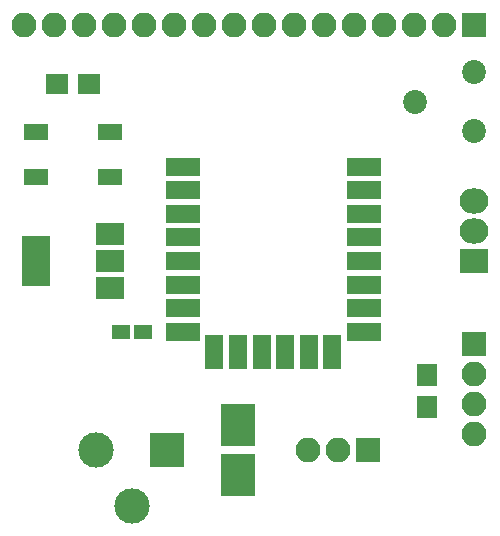
<source format=gts>
G04 #@! TF.FileFunction,Soldermask,Top*
%FSLAX46Y46*%
G04 Gerber Fmt 4.6, Leading zero omitted, Abs format (unit mm)*
G04 Created by KiCad (PCBNEW 4.0.5+dfsg1-4) date Sat Dec 16 07:09:28 2017*
%MOMM*%
%LPD*%
G01*
G04 APERTURE LIST*
%ADD10C,0.100000*%
%ADD11R,2.900000X1.500000*%
%ADD12R,1.500000X2.900000*%
%ADD13R,2.900000X3.600000*%
%ADD14R,1.600000X1.150000*%
%ADD15R,3.000000X3.000000*%
%ADD16C,3.000000*%
%ADD17R,2.100000X2.100000*%
%ADD18O,2.100000X2.100000*%
%ADD19R,2.432000X2.127200*%
%ADD20O,2.432000X2.127200*%
%ADD21R,1.700000X1.900000*%
%ADD22R,1.900000X1.700000*%
%ADD23C,2.020000*%
%ADD24R,2.400000X4.200000*%
%ADD25R,2.400000X1.900000*%
%ADD26R,2.100000X1.400000*%
G04 APERTURE END LIST*
D10*
D11*
X168300000Y-83000000D03*
X168300000Y-85000000D03*
X168300000Y-87000000D03*
X168300000Y-89000000D03*
X168300000Y-91000000D03*
X168300000Y-93000000D03*
X168300000Y-95000000D03*
X168300000Y-97000000D03*
X183700000Y-97000000D03*
X183700000Y-95000000D03*
X183700000Y-93000000D03*
X183700000Y-91000000D03*
X183700000Y-89000000D03*
X183700000Y-87000000D03*
X183700000Y-85000000D03*
X183700000Y-83000000D03*
D12*
X170990000Y-98700000D03*
X172990000Y-98700000D03*
X174990000Y-98700000D03*
X176990000Y-98700000D03*
X178990000Y-98700000D03*
X180990000Y-98700000D03*
D13*
X173000000Y-104850000D03*
X173000000Y-109150000D03*
D14*
X164950000Y-97000000D03*
X163050000Y-97000000D03*
D15*
X167000000Y-107000000D03*
D16*
X161000000Y-107000000D03*
X164000000Y-111700000D03*
D17*
X193000000Y-71000000D03*
D18*
X190460000Y-71000000D03*
X187920000Y-71000000D03*
X185380000Y-71000000D03*
X182840000Y-71000000D03*
X180300000Y-71000000D03*
X177760000Y-71000000D03*
X175220000Y-71000000D03*
X172680000Y-71000000D03*
X170140000Y-71000000D03*
X167600000Y-71000000D03*
X165060000Y-71000000D03*
X162520000Y-71000000D03*
X159980000Y-71000000D03*
X157440000Y-71000000D03*
X154900000Y-71000000D03*
D19*
X193000000Y-91000000D03*
D20*
X193000000Y-88460000D03*
X193000000Y-85920000D03*
D21*
X189000000Y-103350000D03*
X189000000Y-100650000D03*
D22*
X157650000Y-76000000D03*
X160350000Y-76000000D03*
D23*
X193000000Y-80000000D03*
X188000000Y-77500000D03*
X193000000Y-75000000D03*
D24*
X155850000Y-91000000D03*
D25*
X162150000Y-91000000D03*
X162150000Y-88700000D03*
X162150000Y-93300000D03*
D26*
X162150000Y-83900000D03*
X155850000Y-83900000D03*
X162150000Y-80100000D03*
X155850000Y-80100000D03*
D17*
X184000000Y-107000000D03*
D18*
X181460000Y-107000000D03*
X178920000Y-107000000D03*
D17*
X193000000Y-98000000D03*
D18*
X193000000Y-100540000D03*
X193000000Y-103080000D03*
X193000000Y-105620000D03*
M02*

</source>
